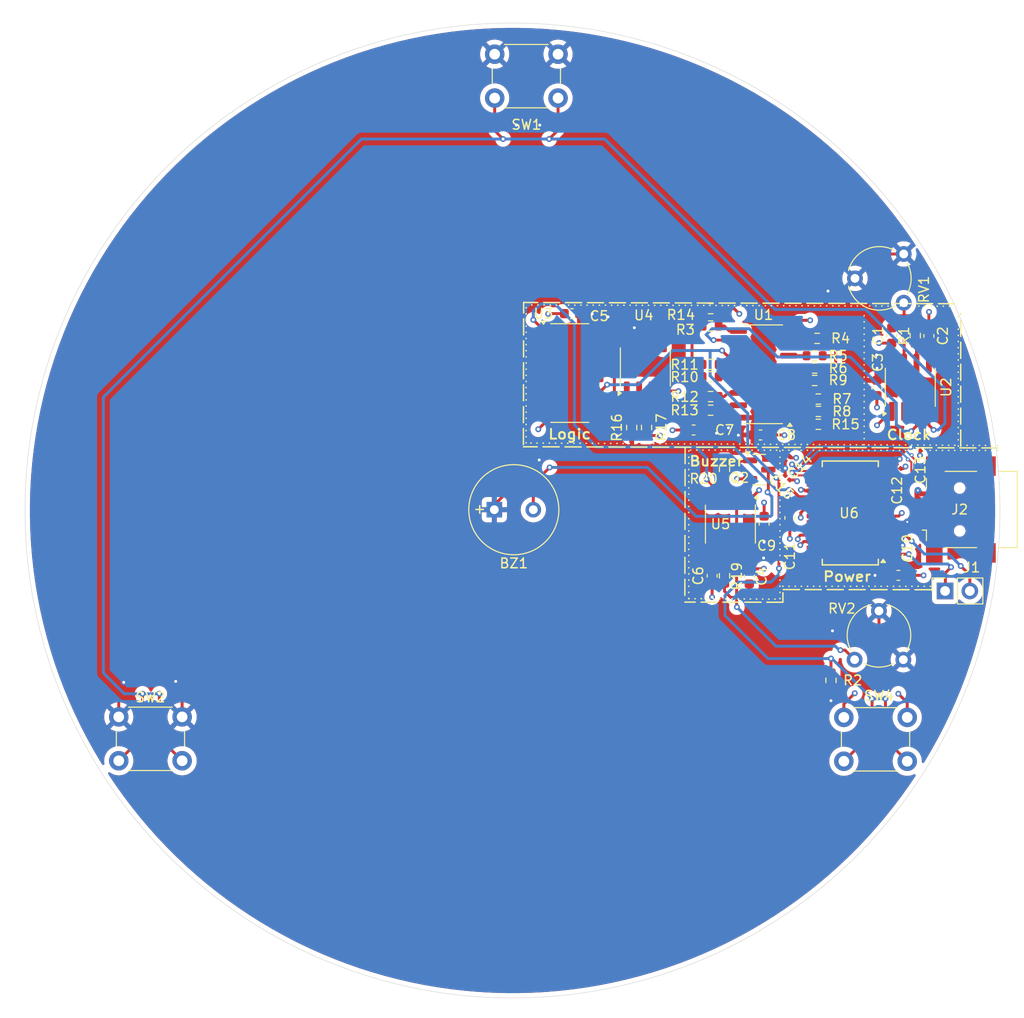
<source format=kicad_pcb>
(kicad_pcb (version 20241229) (generator "pcbnew") (generator_version "9.0")
  (layers (0 "F.Cu" signal "F.SGN") (4 "In1.Cu" signal "I1.GND") (6 "In2.Cu" signal "I2.PWR") (2 "B.Cu" signal "B.SGN") (13 "F.Paste" user) (15 "B.Paste" user) (5 "F.SilkS" user "F.Silkscreen") (7 "B.SilkS" user "B.Silkscreen") (1 "F.Mask" user) (3 "B.Mask" user) (25 "Edge.Cuts" user))
  (net 0 "")
  (net 1 "Net-(U2-DIS)")
  (net 2 "Net-(U2-THR)")
  (net 3 "Net-(SW1-B)")
  (net 4 "5V")
  (net 5 "Net-(U2-CV)")
  (net 6 "GND")
  (net 7 "CLOCK")
  (net 8 "Net-(U5-CV)")
  (net 9 "Net-(U5-DIS)")
  (net 10 "Net-(U5-Q)")
  (net 11 "ALARM")
  (net 12 "Net-(U5-THR)")
  (net 15 "DT+")
  (net 16 "Net-(J1-Pin_2)")
  (net 21 "DT-")
  (net 22 "Net-(J1-Pin_1)")
  (net 31 "Net-(BZ1--)")
  (net 32 "RESET")
  (net 33 "Net-(U1-Q0)")
  (net 34 "Net-(U4-+)")
  (net 35 "Net-(U1-Q1)")
  (net 36 "Net-(U1-Q2)")
  (net 37 "Net-(U1-Q3)")
  (net 38 "Net-(U1-Q4)")
  (net 39 "Net-(U1-Q5)")
  (net 40 "Net-(U1-Q6)")
  (net 41 "Net-(U1-Q7)")
  (net 42 "Net-(U1-Q8)")
  (net 43 "Net-(U1-Q9)")
  (net 44 "Net-(U1-Q10)")
  (net 45 "Net-(U1-Q11)")
  (net 46 "Net-(U4--)")
  (net 47 "Net-(U3-CLK)")
  (net 62 "Net-(Q2-B)")
  (footprint "Capacitor_SMD:C_0603_1608Metric" (layer "F.Cu") (at 89.443 60.325 180)
    (property "Reference" "C7")
    (property "Value" "100n")
  )
  (footprint "Capacitor_SMD:C_0603_1608Metric" (layer "F.Cu") (at 95.152 75.334 90)
    (property "Reference" "C4")
    (property "Value" "10n")
  )
  (footprint "Resistor_SMD:R_0603_1608Metric" (layer "F.Cu") (at 103.5304 86.0044 90)
    (property "Reference" "R2")
    (property "Value" "100k")
  )
  (footprint "Resistor_SMD:R_0603_1608Metric" (layer "F.Cu") (at 101.854 52.705)
    (property "Reference" "R5")
    (property "Value" "100k")
  )
  (footprint "Package_SO:SOIC-8_3.9x4.9mm_P1.27mm" (layer "F.Cu") (at 111.668 55.942 90)
    (property "Reference" "U2")
    (property "Value" "NE555D")
  )
  (footprint "Potentiometer_THT:Potentiometer_Piher_PT-6-V_Vertical" (layer "F.Cu") (at 110.993 42.271 180)
    (property "Reference" "RV1")
    (property "Value" "10k")
  )
  (footprint "Capacitor_SMD:C_0603_1608Metric" (layer "F.Cu") (at 96.301 60.833)
    (property "Reference" "C8")
    (property "Value" "100n")
  )
  (footprint "Resistor_SMD:R_0603_1608Metric" (layer "F.Cu") (at 91.186 47.879 180)
    (property "Reference" "R14")
    (property "Value" "100k")
  )
  (footprint "Connector_PinSocket_2.54mm:PinSocket_1x02_P2.54mm_Vertical" (layer "F.Cu") (at 115.2344 76.8354 90)
    (property "Reference" "J1")
    (property "Value" "UART")
  )
  (footprint "Resistor_SMD:R_0603_1608Metric" (layer "F.Cu") (at 112.176 50.638 -90)
    (property "Reference" "R1")
    (property "Value" "1k")
  )
  (footprint "Resistor_SMD:R_0603_1608Metric" (layer "F.Cu") (at 102.235 59.7408)
    (property "Reference" "R15")
    (property "Value" "100k")
  )
  (footprint "Capacitor_SMD:C_0201_0603Metric" (layer "F.Cu") (at 99.06 65.22 -45)
    (property "Reference" "C15")
    (property "Value" "100pF")
  )
  (footprint "Resistor_SMD:R_0603_1608Metric" (layer "F.Cu") (at 101.854 55.245)
    (property "Reference" "R9")
    (property "Value" "100k")
  )
  (footprint "Resistor_SMD:R_0603_1608Metric" (layer "F.Cu") (at 102.235 58.42)
    (property "Reference" "R8")
    (property "Value" "100k")
  )
  (footprint "Capacitor_SMD:C_0603_1608Metric" (layer "F.Cu") (at 91.342 75.276 90)
    (property "Reference" "C6")
    (property "Value" "10n")
  )
  (footprint "Resistor_SMD:R_0603_1608Metric" (layer "F.Cu") (at 83.093 60.071 -90)
    (property "Reference" "R16")
    (property "Value" "1k")
  )
  (footprint "Resistor_SMD:R_0603_1608Metric" (layer "F.Cu") (at 91.186 49.657 180)
    (property "Reference" "R3")
    (property "Value" "100k")
  )
  (footprint "Capacitor_SMD:C_0603_1608Metric" (layer "F.Cu") (at 99.314 69.342 -90)
    (property "Reference" "C11")
    (property "Value" "100n")
  )
  (footprint "Capacitor_SMD:C_0603_1608Metric" (layer "F.Cu") (at 109.763 50.638 -90)
    (property "Reference" "C1")
    (property "Value" "10n")
  )
  (footprint "Resistor_SMD:R_0603_1608Metric" (layer "F.Cu") (at 101.854 53.975)
    (property "Reference" "R6")
    (property "Value" "100k")
  )
  (footprint "Resistor_SMD:R_0603_1608Metric" (layer "F.Cu") (at 91.186 58.293 180)
    (property "Reference" "R13")
    (property "Value" "100k")
  )
  (footprint "Capacitor_SMD:C_0201_0603Metric" (layer "F.Cu") (at 112.48 62.22 -45)
    (property "Reference" "C13")
    (property "Value" "100pF")
  )
  (footprint "Capacitor_SMD:C_0201_0603Metric" (layer "F.Cu") (at 99.06 63.27 45)
    (property "Reference" "C14")
    (property "Value" "100pF")
  )
  (footprint "Package_SO:SO-16_3.9x9.9mm_P1.27mm" (layer "F.Cu") (at 76.743 54.483)
    (property "Reference" "U3")
    (property "Value" "4040")
  )
  (footprint "Capacitor_SMD:C_0603_1608Metric" (layer "F.Cu") (at 113.573 50.673 -90)
    (property "Reference" "C2")
    (property "Value" "10n")
  )
  (footprint "Resistor_SMD:R_0603_1608Metric" (layer "F.Cu") (at 102.235 57.15)
    (property "Reference" "R7")
    (property "Value" "100k")
  )
  (footprint "Buzzer_Beeper:MagneticBuzzer_PUI_AT-0927-TT-6-R" (layer "F.Cu") (at 69 68.5)
    (property "Reference" "BZ1")
    (property "Value" "Buzzer")
  )
  (footprint "Resistor_SMD:R_0603_1608Metric" (layer "F.Cu") (at 91.186 53.594 180)
    (property "Reference" "R11")
    (property "Value" "100k")
  )
  (footprint "Button_Switch_THT:SW_PUSH_6mm_H4.3mm" (layer "F.Cu") (at 69.0384 21.7784)
    (property "Reference" "SW1")
    (property "Value" "SW_SPST")
  )
  (footprint "Capacitor_SMD:C_0201_0603Metric" (layer "F.Cu") (at 110.46 64.05 -45)
    (property "Reference" "C12")
    (property "Value" "100pF")
  )
  (footprint "Resistor_SMD:R_0603_1608Metric" (layer "F.Cu") (at 102.108 50.927)
    (property "Reference" "R4")
    (property "Value" "100k")
  )
  (footprint "Button_Switch_THT:SW_PUSH_6mm_H4.3mm" (layer "F.Cu") (at 111.3524 94.2996 180)
    (property "Reference" "SW4")
    (property "Value" "SW_SPST")
  )
  (footprint "Package_SO:SOIC-8_3.9x4.9mm_P1.27mm" (layer "F.Cu") (at 93.218 69.977 -90)
    (property "Reference" "U5")
    (property "Value" "NE555D")
  )
  (footprint "Resistor_SMD:R_0603_1608Metric" (layer "F.Cu") (at 91.186 54.864 180)
    (property "Reference" "R10")
    (property "Value" "100k")
  )
  (footprint "Capacitor_SMD:C_0603_1608Metric" (layer "F.Cu") (at 96.676 69.942 90)
    (property "Reference" "C9")
    (property "Value" "100n")
  )
  (footprint "Package_SO:SO-16_3.9x9.9mm_P1.27mm" (layer "F.Cu") (at 96.612 54.61 180)
    (property "Reference" "U1")
    (property "Value" "4040")
  )
  (footprint "Resistor_SMD:R_0603_1608Metric" (layer "F.Cu") (at 91.186 56.896 180)
    (property "Reference" "R12")
    (property "Value" "100k")
  )
  (footprint "Package_TO_SOT_SMD:SOT-23" (layer "F.Cu") (at 96.168 64.389)
    (property "Reference" "Q2")
    (property "Value" "Q_NPN_BEC")
  )
  (footprint "Resistor_SMD:R_0603_1608Metric" (layer "F.Cu") (at 92.612 64.353 -90)
    (property "Reference" "R20")
    (property "Value" "470")
  )
  (footprint "Resistor_SMD:R_0603_1608Metric" (layer "F.Cu") (at 92.612 75.276 90)
    (property "Reference" "R19")
    (property "Value" "1k")
  )
  (footprint "Capacitor_SMD:C_0603_1608Metric" (layer "F.Cu") (at 108.239 56.007 -90)
    (property "Reference" "C3")
    (property "Value" "100n")
  )
  (footprint "Potentiometer_THT:Potentiometer_Piher_PT-6-V_Vertical" (layer "F.Cu") (at 110.953 83.8816 90)
    (property "Reference" "RV2")
    (property "Value" "10k")
  )
  (footprint "Connector_USB:USB_Mini-B_Lumberg_2486_01_Horizontal" (layer "F.Cu") (at 116.7302 68.4784 90)
    (property "Reference" "J2")
    (property "Value" "USB_B")
  )
  (footprint "Package_SO:SSOP-28_5.3x10.2mm_P0.65mm" (layer "F.Cu") (at 105.5116 68.834 180)
    (property "Reference" "U6")
    (property "Value" "FT232RL")
  )
  (footprint "Capacitor_SMD:C_0603_1608Metric" (layer "F.Cu") (at 76.962 48.387 180)
    (property "Reference" "C5")
    (property "Value" "100n")
  )
  (footprint "Package_SO:SOIC-8_3.9x4.9mm_P1.27mm" (layer "F.Cu") (at 84.49 53.848 90)
    (property "Reference" "U4")
    (property "Value" "LM741")
  )
  (footprint "Capacitor_SMD:C_0603_1608Metric" (layer "F.Cu") (at 110.4392 75.2348)
    (property "Reference" "C10")
    (property "Value" "100n")
  )
  (footprint "Resistor_SMD:R_0603_1608Metric" (layer "F.Cu") (at 84.617 60.071 90)
    (property "Reference" "R17")
    (property "Value" "8k2")
  )
  (footprint "Button_Switch_THT:SW_PUSH_6mm_H4.3mm" (layer "F.Cu") (at 30.4812 89.7488)
    (property "Reference" "SW2")
    (property "Value" "SW_SPST")
  )
  (gr_line (start 120.65 61.9125) (end 72.263 61.6585) (stroke (width 0.15) (type dot)) (layer "F.SilkS"))
  (gr_line (start 120.65 62.1665) (end 71.983214 62.045164) (stroke (width 0.15) (type dash)) (layer "F.SilkS"))
  (gr_line (start 98.602307 77.990376) (end 88.544242 77.97436) (stroke (width 0.15) (type dash)) (layer "F.SilkS"))
  (gr_line (start 116.205 47.371) (end 72.009 47.244) (stroke (width 0.15) (type dash)) (layer "F.SilkS"))
  (gr_line (start 72.263 61.6585) (end 72.263 47.244) (stroke (width 0.15) (type dot)) (layer "F.SilkS"))
  (gr_line (start 88.9508 77.6224) (end 88.9508 62.05855) (stroke (width 0.15) (type dot)) (layer "F.SilkS"))
  (gr_line (start 116.84 61.976) (end 116.84 48.387) (stroke (width 0.15) (type dash)) (layer "F.SilkS"))
  (gr_line (start 113.792 76.708) (end 98.6028 76.69166) (stroke (width 0.15) (type dash)) (layer "F.SilkS"))
  (gr_line (start 98.298 77.6224) (end 98.298 62.0395) (stroke (width 0.15) (type dot)) (layer "F.SilkS"))
  (gr_line (start 88.5698 62.1284) (end 88.5444 77.8764) (stroke (width 0.15) (type dash)) (layer "F.SilkS"))
  (gr_line (start 113.7412 76.3524) (end 98.1583 76.3524) (stroke (width 0.15) (type dot)) (layer "F.SilkS"))
  (gr_line (start 88.9508 77.6224) (end 98.298 77.672385) (stroke (width 0.15) (type dot)) (layer "F.SilkS"))
  (gr_line (start 116.332 47.625) (end 72.263 47.498) (stroke (width 0.15) (type dot)) (layer "F.SilkS"))
  (gr_line (start 120.65 62.4205) (end 88.9 62.3824) (stroke (width 0.15) (type dot)) (layer "F.SilkS"))
  (gr_line (start 106.934 61.849) (end 106.934 48.26) (stroke (width 0.15) (type dot)) (layer "F.SilkS"))
  (gr_line (start 98.603292 77.012123) (end 98.602307 77.927876) (stroke (width 0.15) (type dash)) (layer "F.SilkS"))
  (gr_line (start 71.9836 61.8236) (end 72.009 47.244) (stroke (width 0.15) (type dash)) (layer "F.SilkS"))
  (gr_line (start 116.586 61.976) (end 116.586 48.387) (stroke (width 0.15) (type dot)) (layer "F.SilkS"))
  (gr_circle (center 70.866 68.58) (end 120.866 68.58) (stroke (width 0.05)) (fill no) (layer "Edge.Cuts"))
  (gr_text "Logic" (at 74.422 61.341 0) (layer "F.SilkS") (effects (font (size 1 1.1) (thickness 0.2) (bold yes)) (justify left bottom)))
  (gr_text "Power\n" (at 102.616 75.946 0) (layer "F.SilkS") (effects (font (size 1 1.1) (thickness 0.2) (bold yes)) (justify left bottom)))
  (gr_text "Buzzer" (at 88.9 64.1096 0) (layer "F.SilkS") (effects (font (size 1 1.1) (thickness 0.2) (bold yes)) (justify left bottom)))
  (gr_text "Clock\n" (at 109.128 61.403 0) (layer "F.SilkS") (effects (font (size 1 1.1) (thickness 0.2) (bold yes)) (justify left bottom)))
  (segment (start 111.033 58.417) (end 111.033 53.467) (width 0.3) (layer "F.Cu") (net 1))
  (segment (start 109.763 49.241) (end 110.398 48.606) (width 0.3) (layer "F.Cu") (net 1))
  (segment (start 112.303 49.813) (end 112.303 49.114) (width 0.3) (layer "F.Cu") (net 1))
  (segment (start 112.303 49.114) (end 111.795 48.606) (width 0.3) (layer "F.Cu") (net 1))
  (segment (start 111.033 48.606) (end 111.033 47.63) (width 0.3) (layer "F.Cu") (net 1))
  (segment (start 111.033 48.606) (end 110.398 48.606) (width 0.3) (layer "F.Cu") (net 1))
  (segment (start 109.763 49.863) (end 109.763 49.241) (width 0.3) (layer "F.Cu") (net 1))
  (segment (start 111.795 48.606) (end 111.033 48.606) (width 0.3) (layer "F.Cu") (net 1))
  (segment (start 111.033 47.441) (end 110.993 47.401) (width 0.3) (layer "F.Cu") (net 1))
  (segment (start 111.033 53.467) (end 111.033 48.606) (width 0.3) (layer "F.Cu") (net 1))
  (segment (start 112.303 53.467) (end 112.303 51.463) (width 0.3) (layer "F.Cu") (net 2))
  (segment (start 113.573 59.8266) (end 113.573 58.417) (width 0.3) (layer "F.Cu") (net 3))
  (segment (start 75.5384 26.2784) (end 75.5384 29.5668) (width 0.3) (layer "F.Cu") (net 3))
  (segment (start 30.4812 94.2488) (end 32.9184 91.8116) (width 0.3) (layer "F.Cu") (net 3))
  (segment (start 32.9184 91.8116) (end 32.9184 87.376) (width 0.3) (layer "F.Cu") (net 3))
  (segment (start 34.6456 91.9132) (end 34.6456 87.376) (width 0.3) (layer "F.Cu") (net 3))
  (segment (start 75.5384 29.5668) (end 74.6252 30.48) (width 0.3) (layer "F.Cu") (net 3))
  (segment (start 69.0384 29.6176) (end 69.9008 30.48) (width 0.3) (layer "F.Cu") (net 3))
  (segment (start 36.9812 94.2488) (end 34.6456 91.9132) (width 0.3) (layer "F.Cu") (net 3))
  (segment (start 69.0384 26.2784) (end 69.0384 29.6176) (width 0.3) (layer "F.Cu") (net 3))
  (segment (start 114.0587 60.3123) (end 113.573 59.8266) (width 0.3) (layer "F.Cu") (net 3))
  (via (at 114.0587 60.3123) (size 0.6) (drill 0.3) (layers "F.Cu" "B.Cu") (net 3))
  (via (at 69.9008 30.48) (size 0.6) (drill 0.3) (layers "F.Cu" "B.Cu") (net 3))
  (via (at 74.6252 30.48) (size 0.6) (drill 0.3) (layers "F.Cu" "B.Cu") (net 3))
  (via (at 32.9184 87.376) (size 0.6) (drill 0.3) (layers "F.Cu" "B.Cu") (net 3))
  (via (at 34.6456 87.376) (size 0.6) (drill 0.3) (layers "F.Cu" "B.Cu") (net 3))
  (segment (start 31.0388 87.376) (end 32.9184 87.376) (width 0.3) (layer "B.Cu") (net 3))
  (segment (start 69.9008 30.48) (end 55.372 30.48) (width 0.3) (layer "B.Cu") (net 3))
  (segment (start 97.7948 47.96) (end 80.3148 30.48) (width 0.3) (layer "B.Cu") (net 3))
  (segment (start 28.9052 85.2424) (end 31.0388 87.376) (width 0.3) (layer "B.Cu") (net 3))
  (segment (start 34.6456 87.376) (end 32.9184 87.376) (width 0.3) (layer "B.Cu") (net 3))
  (segment (start 80.3148 30.48) (end 74.6252 30.48) (width 0.3) (layer "B.Cu") (net 3))
  (segment (start 74.6252 30.48) (end 69.9008 30.48) (width 0.3) (layer "B.Cu") (net 3))
  (segment (start 115.2144 59.6392) (end 115.2144 56.0832) (width 0.3) (layer "B.Cu") (net 3))
  (segment (start 114.0587 60.3123) (end 114.5413 60.3123) (width 0.3) (layer "B.Cu") (net 3))
  (segment (start 28.9052 56.9468) (end 28.9052 85.2424) (width 0.3) (layer "B.Cu") (net 3))
  (segment (start 107.0912 47.96) (end 97.7948 47.96) (width 0.3) (layer "B.Cu") (net 3))
  (segment (start 114.5413 60.3123) (end 115.2144 59.6392) (width 0.3) (layer "B.Cu") (net 3))
  (segment (start 55.372 30.48) (end 28.9052 56.9468) (width 0.3) (layer "B.Cu") (net 3))
  (segment (start 115.2144 56.0832) (end 107.0912 47.96) (width 0.3) (layer "B.Cu") (net 3))
  (segment (start 108.453 81.3816) (end 108.453 78.8816) (width 0.3) (layer "F.Cu") (net 4))
  (segment (start 109.0422 53.467) (end 109.763 53.467) (width 0.3) (layer "F.Cu") (net 4))
  (segment (start 101.9116 67.859) (end 100.022 67.859) (width 0.3) (layer "F.Cu") (net 4))
  (segment (start 94.0562 60.833) (end 94.0308 60.8584) (width 0.3) (layer "F.Cu") (net 4))
  (segment (start 110.233726 63.823726) (end 110.233726 63.636274) (width 0.3) (layer "F.Cu") (net 4))
  (segment (start 96.676 71.8276) (end 96.6724 71.8312) (width 0.3) (layer "F.Cu") (net 4))
  (segment (start 105.993 44.771) (end 104.6884 46.0756) (width 0.3) (layer "F.Cu") (net 4))
  (segment (start 108.493 42.271) (end 105.993 44.771) (width 0.3) (layer "F.Cu") (net 4))
  (segment (start 110.871 71.6934) (end 110.871 72.1614) (width 0.3) (layer "F.Cu") (net 4))
  (segment (start 95.123 72.452) (end 95.6168 72.452) (width 0.3) (layer "F.Cu") (net 4))
  (segment (start 73.66 23.6568) (end 73.66 29.0576) (width 0.3) (layer "F.Cu") (net 4))
  (segment (start 109.1116 71.109) (end 110.2866 71.109) (width 0.3) (layer "F.Cu") (net 4))
  (segment (start 111.3536 69.7484) (end 111.6836 70.0784) (width 0.5) (layer "F.Cu") (net 4))
  (segment (start 110.2866 71.109) (end 110.871 71.6934) (width 0.3) (layer "F.Cu") (net 4))
  (segment (start 69 68.5) (end 69 68.0076) (width 0.3) (layer "F.Cu") (net 4))
  (segment (start 104.4448 80.9244) (end 103.6828 80.9244) (width 0.3) (layer "F.Cu") (net 4))
  (segment (start 98.833726 64.254755) (end 98.837081 64.2514) (width 0.3) (layer "F.Cu") (net 4))
  (segment (start 36.9812 89.7488) (end 36.9812 86.7652) (width 0.3) (layer "F.Cu") (net 4))
  (segment (start 79.318 50.038) (end 79.3496 50.038) (width 0.3) (layer "F.Cu") (net 4))
  (segment (start 111.6836 70.0784) (end 114.0302 70.0784) (width 0.5) (layer "F.Cu") (net 4))
  (segment (start 99.314 68.567) (end 99.314 67.464) (width 0.3) (layer "F.Cu") (net 4))
  (segment (start 79.3496 50.038) (end 80.6704 48.7172) (width 0.3) (layer "F.Cu") (net 4))
  (segment (start 91.4654 60.325) (end 91.7956 60.6552) (width 0.3) (layer "F.Cu") (net 4))
  (segment (start 79.0194 48.387) (end 79.0448 48.4124) (width 0.3) (layer "F.Cu") (net 4))
  (segment (start 90.218 60.325) (end 91.4654 60.325) (width 0.3) (layer "F.Cu") (net 4))
  (segment (start 69 68.0076) (end 73.6092 63.3984) (width 0.3) (layer "F.Cu") (net 4))
  (segment (start 108.239 54.0162) (end 108.2548 54.0004) (width 0.3) (layer "F.Cu") (net 4))
  (segment (start 83.093 60.896) (end 81.598 60.896) (width 0.3) (layer "F.Cu") (net 4))
  (segment (start 98.833726 64.993726) (end 98.833726 64.254755) (width 0.3) (layer "F.Cu") (net 4))
  (segment (start 94.037 59.055) (end 94.037 59.0742) (width 0.3) (layer "F.Cu") (net 4))
  (segment (start 108.239 55.232) (end 108.239 54.0162) (width 0.3) (layer "F.Cu") (net 4))
  (segment (start 83.855 51.373) (end 83.855 50.327) (width 0.3) (layer "F.Cu") (net 4))
  (segment (start 98.833726 64.248045) (end 98.837081 64.2514) (width 0.3) (layer "F.Cu") (net 4))
  (segment (start 95.6168 72.452) (end 96.6216 73.4568) (width 0.3) (layer "F.Cu") (net 4))
  (segment (start 98.833726 63.496274) (end 98.833726 64.248045) (width 0.3) (layer "F.Cu") (net 4))
  (segment (start 110.233726 63.636274) (end 110.580735 63.289265) (width 0.3) (layer "F.Cu") (net 4))
  (segment (start 100.022 67.859) (end 99.314 68.567) (width 0.3) (layer "F.Cu") (net 4))
  (segment (start 71.2724 24.0124) (end 71.2724 29.0576) (width 0.3) (layer "F.Cu") (net 4))
  (segment (start 94.037 59.0742) (end 93.0148 60.0964) (width 0.3) (layer "F.Cu") (net 4))
  (segment (start 103.886 46.0756) (end 103.2256 46.0756) (width 0.3) (layer "F.Cu") (net 4))
  (segment (start 112.253726 61.993726) (end 111.791381 61.993726) (width 0.3) (layer "F.Cu") (net 4))
  (segment (start 110.993 42.271) (end 108.493 42.271) (width 0.3) (layer "F.Cu") (net 4))
  (segment (start 110.953 83.8816) (end 108.453 81.3816) (width 0.3) (layer "F.Cu") (net 4))
  (segment (start 36.9812 86.7652) (end 36.322 86.106) (width 0.3) (layer "F.Cu") (net 4))
  (segment (start 99.314 67.464) (end 99.1 67.25) (width 0.3) (layer "F.Cu") (net 4))
  (segment (start 103.5304 86.8294) (end 103.5304 88.0872) (width 0.3) (layer "F.Cu") (net 4))
  (segment (start 109.6642 75.2348) (end 108.0516 75.2348) (width 0.3) (layer "F.Cu") (net 4))
  (segment (start 106.4102 80.9244) (end 104.4448 80.9244) (width 0.3) (layer "F.Cu") (net 4))
  (segment (start 108.453 78.8816) (end 106.4102 80.9244) (width 0.3) (layer "F.Cu") (net 4))
  (segment (start 75.5384 21.7784) (end 73.66 23.6568) (width 0.3) (layer "F.Cu") (net 4))
  (segment (start 83.855 50.327) (end 83.3628 49.8348) (width 0.3) (layer "F.Cu") (net 4))
  (segment (start 96.676 70.717) (end 96.676 71.8276) (width 0.3) (layer "F.Cu") (net 4))
  (segment (start 95.526 60.833) (end 94.0562 60.833) (width 0.3) (layer "F.Cu") (net 4))
  (segment (start 104.6884 46.0756) (end 103.886 46.0756) (width 0.3) (layer "F.Cu") (net 4))
  (segment (start 30.4812 89.7488) (end 30.4812 86.7144) (width 0.3) (layer "F.Cu") (net 4))
  (segment (start 111.791381 61.993726) (end 111.706818 62.078289) (width 0.3) (layer "F.Cu") (net 4))
  (segment (start 30.4812 86.7144) (end 30.988 86.2076) (width 0.3) (layer "F.Cu") (net 4))
  (segment (start 109.0422 53.467) (end 108.204 52.6288) (width 0.3) (layer "F.Cu") (net 4))
  (segment (start 77.737 48.387) (end 79.0194 48.387) (width 0.3) (layer "F.Cu") (net 4))
  (segment (start 69.0384 21.7784) (end 71.2724 24.0124) (width 0.3) (layer "F.Cu") (net 4))
  (segment (start 81.598 60.896) (end 81.5848 60.9092) (width 0.3) (layer "F.Cu") (net 4))
  (via (at 36.322 86.106) (size 0.6) (drill 0.3) (layers "F.Cu" "B.Cu") (net 4))
  (via (at 96.6216 73.4568) (size 0.6) (drill 0.3) (layers "F.Cu" "B.Cu") (net 4))
  (via (at 108.204 52.6288) (size 0.6) (drill 0.3) (layers "F.Cu" "B.Cu") (net 4))
  (via (at 110.871 72.1614) (size 0.6) (drill 0.3) (layers "F.Cu" "B.Cu") (net 4))
  (via (at 99.1 67.25) (size 0.6) (drill 0.3) (layers "F.Cu" "B.Cu") (net 4))
  (via (at 103.6828 80.9244) (size 0.6) (drill 0.3) (layers "F.Cu" "B.Cu") (net 4))
  (via (at 110.580735 63.289265) (size 0.6) (drill 0.3) (layers "F.Cu" "B.Cu") (net 4))
  (via (at 98.837081 64.2514) (size 0.6) (drill 0.3) (layers "F.Cu" "B.Cu") (net 4))
  (via (at 73.6092 63.3984) (size 0.6) (drill 0.3) (layers "F.Cu" "B.Cu") (net 4))
  (via (at 94.0308 60.8584) (size 0.6) (drill 0.3) (layers "F.Cu" "B.Cu") (net 4))
  (via (at 108.2548 54.0004) (size 0.6) (drill 0.3) (layers "F.Cu" "B.Cu") (net 4))
  (via (at 111.3536 69.7484) (size 0.7) (drill 0.2) (layers "F.Cu" "B.Cu") (net 4))
  (via (at 30.988 86.2076) (size 0.6) (drill 0.3) (layers "F.Cu" "B.Cu") (net 4))
  (via (at 96.6724 71.8312) (size 0.6) (drill 0.3) (layers "F.Cu" "B.Cu") (net 4))
  (via (at 71.2724 29.0576) (size 0.6) (drill 0.3) (layers "F.Cu" "B.Cu") (net 4))
  (via (at 79.0448 48.4124) (size 0.6) (drill 0.3) (layers "F.Cu" "B.Cu") (net 4))
  (via (at 81.5848 60.9092) (size 0.6) (drill 0.3) (layers "F.Cu" "B.Cu") (net 4))
  (via (at 80.6704 48.7172) (size 0.6) (drill 0.3) (layers "F.Cu" "B.Cu") (net 4))
  (via (at 108.0516 75.2348) (size 0.6) (drill 0.3) (layers "F.Cu" "B.Cu") (net 4))
  (via (at 93.0148 60.0964) (size 0.6) (drill 0.3) (layers "F.Cu" "B.Cu") (net 4))
  (via (at 91.7956 60.6552) (size 0.6) (drill 0.3) (layers "F.Cu" "B.Cu") (net 4))
  (via (at 83.3628 49.8348) (size 0.6) (drill 0.3) (layers "F.Cu" "B.Cu") (net 4))
  (via (at 73.66 29.0576) (size 0.6) (drill 0.3) (layers "F.Cu" "B.Cu") (net 4))
  (via (at 103.5304 88.0872) (size 0.6) (drill 0.3) (layers "F.Cu" "B.Cu") (net 4))
  (via (at 111.706818 62.078289) (size 0.6) (drill 0.3) (layers "F.Cu" "B.Cu") (net 4))
  (via (at 103.2256 46.0756) (size 0.6) (drill 0.3) (layers "F.Cu" "B.Cu") (net 4))
  (segment (start 113.573 53.467) (end 113.573 51.448) (width 0.3) (layer "F.Cu") (net 5))
  (segment (start 108.4614 51.413) (end 108.458 51.4096) (width 0.3) (layer "F.Cu") (net 6))
  (segment (start 100.9904 49.0728) (end 101.3968 49.0728) (width 0.3) (layer "F.Cu") (net 6))
  (segment (start 101.9116 71.759) (end 100.7578 71.759) (width 0.3) (layer "F.Cu") (net 6))
  (segment (start 99.957462 63.178446) (end 99.420994 63.178446) (width 0.3) (layer "F.Cu") (net 6))
  (segment (start 111.2142 75.2348) (end 113.03 75.2348) (width 0.3) (layer "F.Cu") (net 6))
  (segment (start 93.8886 65.339) (end 93.8784 65.3288) (width 0.3) (layer "F.Cu") (net 6))
  (segment (start 100.3918 71.109) (end 101.9116 71.109) (width 0.3) (layer "F.Cu") (net 6))
  (segment (start 100.7366 68.509) (end 101.9116 68.509) (width 0.3) (layer "F.Cu") (net 6))
  (segment (start 93.599 47.879) (end 94.1324 48.4124) (width 0.3) (layer "F.Cu") (net 6))
  (segment (start 113.573 49.898) (end 113.573 48.225) (width 0.3) (layer "F.Cu") (net 6))
  (segment (start 99.187 50.165) (end 100.2792 49.0728) (width 0.3) (layer "F.Cu") (net 6))
  (segment (start 98.7298 60.833) (end 98.7552 60.8584) (width 0.3) (layer "F.Cu") (net 6))
  (segment (start 92.011 47.879) (end 93.599 47.879) (width 0.3) (layer "F.Cu") (net 6))
  (segment (start 100.44852 66.45848) (end 100.78629 66.45848) (width 0.3) (layer "F.Cu") (net 6))
  (segment (start 100.88681 66.559) (end 101.9116 66.559) (width 0.3) (layer "F.Cu") (net 6))
  (segment (start 111.3524 88.2892) (end 110.4392 87.376) (width 0.3) (layer "F.Cu") (net 6))
  (segment (start 112.34 67.1788) (end 112.8396 67.6784) (width 0.5) (layer "F.Cu") (net 6))
  (segment (start 100.43 69.32) (end 100.43 68.8156) (width 0.3) (layer "F.Cu") (net 6))
  (segment (start 99.286274 65.446274) (end 99.924295 65.446274) (width 0.3) (layer "F.Cu") (net 6))
  (segment (start 88.668 60.325) (end 87.2998 60.325) (width 0.3) (layer "F.Cu") (net 6))
  (segment (start 76.187 48.387) (end 74.549 48.387) (width 0.3) (layer "F.Cu") (net 6))
  (segment (start 112.4428 66.52) (end 112.34 66.6228) (width 0.5) (layer "F.Cu") (net 6))
  (segment (start 87.2998 60.325) (end 87.2744 60.3504) (width 0.3) (layer "F.Cu") (net 6))
  (segment (start 96.637 74.559) (end 96.647 74.549) (width 0.3) (layer "F.Cu") (net 6))
  (segment (start 111.3524 89.7996) (end 111.3524 88.2892) (width 0.3) (layer "F.Cu") (net 6))
  (segment (start 112.66 62.94) (end 112.66 62.492548) (width 0.3) (layer "F.Cu") (net 6))
  (segment (start 87.8698 56.323) (end 87.884 56.3372) (width 0.3) (layer "F.Cu") (net 6))
  (segment (start 112.34 66.6228) (end 112.34 67.1788) (width 0.5) (layer "F.Cu") (net 6))
  (segment (start 86.395 56.323) (end 87.8698 56.323) (width 0.3) (layer "F.Cu") (net 6))
  (segment (start 96.676 67.7708) (end 96.6724 67.7672) (width 0.3) (layer "F.Cu") (net 6))
  (segment (start 100.2792 49.0728) (end 100.9904 49.0728) (width 0.3) (layer "F.Cu") (net 6))
  (segment (start 100.1268 71.374) (end 100.3918 71.109) (width 0.3) (layer "F.Cu") (net 6))
  (segment (start 100.43 68.8156) (end 100.7366 68.509) (width 0.3) (layer "F.Cu") (net 6))
  (segment (start 99.924295 65.446274) (end 100.057021 65.579) (width 0.3) (layer "F.Cu") (net 6))
  (segment (start 74.168 59.5884) (end 73.5076 60.2488) (width 0.3) (layer "F.Cu") (net 6))
  (segment (start 95.1596 67.502) (end 96.1644 66.4972) (width 0.3) (layer "F.Cu") (net 6))
  (segment (start 100.78629 66.45848) (end 100.88681 66.559) (width 0.3) (layer "F.Cu") (net 6))
  (segment (start 99.314 70.117) (end 99.314 71.4756) (width 0.3) (layer "F.Cu") (net 6))
  (segment (start 110.96372 64.276274) (end 111.174999 64.064995) (width 0.3) (layer "F.Cu") (net 6))
  (segment (start 109.1116 69.159) (end 110.4698 69.159) (width 0.3) (layer "F.Cu") (net 6))
  (segment (start 91.342 76.051) (end 91.342 77.4664) (width 0.3) (layer "F.Cu") (net 6))
  (segment (start 109.763 51.413) (end 108.4614 51.413) (width 0.3) (layer "F.Cu") (net 6))
  (segment (start 74.168 58.928) (end 74.168 59.5884) (width 0.3) (layer "F.Cu") (net 6))
  (segment (start 112.8012 66.8784) (end 114.0302 66.8784) (width 0.5) (layer "F.Cu") (net 6))
  (segment (start 100.7578 71.759) (end 100.3808 72.136) (width 0.3) (layer "F.Cu") (net 6))
  (segment (start 96.676 69.167) (end 96.676 67.7708) (width 0.3) (layer "F.Cu") (net 6))
  (segment (start 95.152 74.559) (end 96.637 74.559) (width 0.3) (layer "F.Cu") (net 6))
  (segment (start 74.549 48.387) (end 74.5236 48.4124) (width 0.3) (layer "F.Cu") (net 6))
  (segment (start 97.076 60.833) (end 98.7298 60.833) (width 0.3) (layer "F.Cu") (net 6))
  (segment (start 112.66 62.492548) (end 112.706274 62.446274) (width 0.3) (layer "F.Cu") (net 6))
  (segment (start 104.8524 88.4416) (end 105.9688 87.3252) (width 0.3) (layer "F.Cu") (net 6))
  (segment (start 100.1268 71.5264) (end 100.1268 71.374) (width 0.3) (layer "F.Cu") (net 6))
  (segment (start 91.342 77.4664) (end 91.3384 77.47) (width 0.3) (layer "F.Cu") (net 6))
  (segment (start 85.9912 60.896) (end 86.0044 60.9092) (width 0.3) (layer "F.Cu") (net 6))
  (segment (start 104.8524 89.7996) (end 104.8524 88.4416) (width 0.3) (layer "F.Cu") (net 6))
  (segment (start 95.123 67.502) (end 95.1596 67.502) (width 0.3) (layer "F.Cu") (net 6))
  (segment (start 84.617 60.896) (end 85.9912 60.896) (width 0.3) (layer "F.Cu") (net 6))
  (segment (start 109.6802 58.417) (end 108.2548 59.8424) (width 0.3) (layer "F.Cu") (net 6))
  (segment (start 110.4698 69.159) (end 110.7948 68.834) (width 0.3) (layer "F.Cu") (net 6))
  (segment (start 95.2305 65.339) (end 93.8886 65.339) (width 0.3) (layer "F.Cu") (net 6))
  (segment (start 112.4428 66.52) (end 112.8012 66.8784) (width 0.5) (layer "F.Cu") (net 6))
  (segment (start 110.686274 64.276274) (end 110.96372 64.276274) (width 0.3) (layer "F.Cu") (net 6))
  (segment (start 113.573 48.225) (end 113.5888 48.2092) (width 0.3) (layer "F.Cu") (net 6))
  (segment (start 108.239 56.782) (end 108.239 57.9978) (width 0.3) (layer "F.Cu") (net 6))
  (segment (start 99.420994 63.178446) (end 99.286274 63.043726) (width 0.3) (layer "F.Cu") (net 6))
  (segment (start 109.763 58.417) (end 109.6802 58.417) (width 0.3) (layer "F.Cu") (net 6))
  (segment (start 108.239 57.9978) (end 108.2548 58.0136) (width 0.3) (layer "F.Cu") (net 6))
  (segment (start 112.8396 67.6784) (end 114.0302 67.6784) (width 0.5) (layer "F.Cu") (net 6))
  (via (at 93.8784 65.3288) (size 0.6) (drill 0.3) (layers "F.Cu" "B.Cu") (net 6))
  (via (at 112.4428 66.52) (size 0.7) (drill 0.2) (layers "F.Cu" "B.Cu") (net 6))
  (via (at 86.0044 60.9092) (size 0.6) (drill 0.3) (layers "F.Cu" "B.Cu") (net 6))
  (via (at 96.6724 67.7672) (size 0.6) (drill 0.3) (layers "F.Cu" "B.Cu") (net 6))
  (via (at 108.2548 59.8424) (size 0.6) (drill 0.3) (layers "F.Cu" "B.Cu") (net 6))
  (via (at 108.458 51.4096) (size 0.6) (drill 0.3) (layers "F.Cu" "B.Cu") (net 6))
  (via (at 100.3808 72.136) (size 0.6) (drill 0.3) (layers "F.Cu" "B.Cu") (net 6))
  (via (at 101.3968 49.0728) (size 0.6) (drill 0.3) (layers "F.Cu" "B.Cu") (net 6))
  (via (at 74.5236 48.4124) (size 0.6) (drill 0.3) (layers "F.Cu" "B.Cu") (net 6))
  (via (at 100.1268 71.5264) (size 0.6) (drill 0.3) (layers "F.Cu" "B.Cu") (net 6))
  (via (at 87.2744 60.3504) (size 0.6) (drill 0.3) (layers "F.Cu" "B.Cu") (net 6))
  (via (at 100.44852 66.45848) (size 0.6) (drill 0.3) (layers "F.Cu" "B.Cu") (net 6))
  (via (at 110.4392 87.376) (size 0.6) (drill 0.3) (layers "F.Cu" "B.Cu") (net 6))
  (via (at 96.1644 66.4972) (size 0.6) (drill 0.3) (layers "F.Cu" "B.Cu") (net 6))
  (via (at 91.3384 77.47) (size 0.6) (drill 0.3) (layers "F.Cu" "B.Cu") (net 6))
  (via (at 96.647 74.549) (size 0.6) (drill 0.3) (layers "F.Cu" "B.Cu") (net 6))
  (via (at 111.174999 64.064995) (size 0.6) (drill 0.3) (layers "F.Cu" "B.Cu") (net 6))
  (via (at 113.5888 48.2092) (size 0.6) (drill 0.3) (layers "F.Cu" "B.Cu") (net 6))
  (via (at 100.43 69.32) (size 0.6) (drill 0.3) (layers "F.Cu" "B.Cu") (net 6))
  (via (at 112.66 62.94) (size 0.6) (drill 0.3) (layers "F.Cu" "B.Cu") (net 6))
  (via (at 94.1324 48.4124) (size 0.6) (drill 0.3) (layers "F.Cu" "B.Cu") (net 6))
  (via (at 98.7552 60.8584) (size 0.6) (drill 0.3) (layers "F.Cu" "B.Cu") (net 6))
  (via (at 110.7948 68.834) (size 0.6) (drill 0.3) (layers "F.Cu" "B.Cu") (net 6))
  (via (at 99.957462 63.178446) (size 0.6) (drill 0.3) (layers "F.Cu" "B.Cu") (net 6))
  (via (at 105.9688 87.3252) (size 0.6) (drill 0.3) (layers "F.Cu" "B.Cu") (net 6))
  (via (at 113.03 75.2348) (size 0.6) (drill 0.3) (layers "F.Cu" "B.Cu") (net 6))
  (via (at 73.5076 60.2488) (size 0.6) (drill 0.3) (layers "F.Cu" "B.Cu") (net 6))
  (via (at 100.057021 65.579) (size 0.6) (drill 0.3) (layers "F.Cu" "B.Cu") (net 6))
  (via (at 108.2548 58.0136) (size 0.6) (drill 0.3) (layers "F.Cu" "B.Cu") (net 6))
  (via (at 87.884 56.3372) (size 0.6) (drill 0.3) (layers "F.Cu" "B.Cu") (net 6))
  (via (at 99.314 71.4756) (size 0.6) (drill 0.3) (layers "F.Cu" "B.Cu") (net 6))
  (segment (start 92.9894 51.435) (end 92.71 51.1556) (width 0.3) (layer "F.Cu") (net 7))
  (segment (start 92.6592 51.1048) (end 91.4908 51.1048) (width 0.3) (layer "F.Cu") (net 7))
  (segment (start 94.037 51.435) (end 92.9894 51.435) (width 0.3) (layer "F.Cu") (net 7))
  (segment (start 92.71 51.1556) (end 92.6592 51.1048) (width 0.3) (layer "F.Cu") (net 7))
  (segment (start 111.76 60.452) (end 112.303 59.909) (width 0.3) (layer "F.Cu") (net 7))
  (segment (start 112.303 59.909) (end 112.303 58.417) (width 0.3) (layer "F.Cu") (net 7))
  (via (at 111.76 60.452) (size 0.6) (drill 0.3) (layers "F.Cu" "B.Cu") (net 7))
  (via (at 91.4908 51.1048) (size 0.6) (drill 0.3) (layers "F.Cu" "B.Cu") (net 7))
  (segment (start 98.044 52.832) (end 95.1484 49.9364) (width 0.3) (layer "B.Cu") (net 7))
  (segment (start 91.3384 49.9364) (end 90.7288 50.546) (width 0.3) (layer "B.Cu") (net 7))
  (segment (start 90.7288 50.546) (end 91.2876 51.1048) (width 0.3) (layer "B.Cu") (net 7))
  (segment (start 95.1484 49.9364) (end 91.3384 49.9364) (width 0.3) (layer "B.Cu") (net 7))
  (segment (start 110.236 57.556) (end 105.512 52.832) (width 0.3) (layer "B.Cu") (net 7))
  (segment (start 111.76 60.452) (end 110.9345 60.452) (width 0.3) (layer "B.Cu") (net 7))
  (segment (start 91.2876 51.1048) (end 91.4908 51.1048) (width 0.3) (layer "B.Cu") (net 7))
  (segment (start 110.9345 60.452) (end 110.236 59.7535) (width 0.3) (layer "B.Cu") (net 7))
  (segment (start 105.512 52.832) (end 98.044 52.832) (width 0.3) (layer "B.Cu") (net 7))
  (segment (start 110.236 59.7535) (end 110.236 57.556) (width 0.3) (layer "B.Cu") (net 7))
  (segment (start 91.313 74.472) (end 91.342 74.501) (width 0.3) (layer "F.Cu") (net 8))
  (segment (start 91.313 72.452) (end 91.313 74.472) (width 0.3) (layer "F.Cu") (net 8))
  (segment (start 93.853 72.452) (end 93.853 67.502) (width 0.3) (layer "F.Cu") (net 9))
  (segment (start 94.517 77.493) (end 93.853 77.493) (width 0.3) (layer "F.Cu") (net 9))
  (segment (start 104.4956 82.9056) (end 104.977 82.9056) (width 0.3) (layer "F.Cu") (net 9))
  (segment (start 92.612 76.101) (end 92.612 76.858) (width 0.3) (layer "F.Cu") (net 9))
  (segment (start 93.853 78.4606) (end 93.8784 78.486) (width 0.3) (layer "F.Cu") (net 9))
  (segment (start 95.152 76.109) (end 95.152 76.858) (width 0.3) (layer "F.Cu") (net 9))
  (segment (start 92.612 76.858) (end 93.247 77.493) (width 0.3) (layer "F.Cu") (net 9))
  (segment (start 104.977 82.9056) (end 105.953 83.8816) (width 0.3) (layer "F.Cu") (net 9))
  (segment (start 93.853 72.452) (end 93.853 77.493) (width 0.3) (layer "F.Cu") (net 9))
  (segment (start 93.247 77.493) (end 93.853 77.493) (width 0.3) (layer "F.Cu") (net 9))
  (segment (start 95.152 76.858) (end 94.517 77.493) (width 0.3) (layer "F.Cu") (net 9))
  (segment (start 93.853 77.493) (end 93.853 78.4606) (width 0.3) (layer "F.Cu") (net 9))
  (via (at 93.8784 78.486) (size 0.6) (drill 0.3) (layers "F.Cu" "B.Cu") (net 9))
  (via (at 104.4956 82.9056) (size 0.6) (drill 0.3) (layers "F.Cu" "B.Cu") (net 9))
  (segment (start 103.9876 82.4992) (end 104.394 82.9056) (width 0.3) (layer "B.Cu") (net 9))
  (segment (start 97.8916 82.4992) (end 103.9876 82.4992) (width 0.3) (layer "B.Cu") (net 9))
  (segment (start 104.394 82.9056) (end 104.4956 82.9056) (width 0.3) (layer "B.Cu") (net 9))
  (segment (start 93.8784 78.486) (end 97.8916 82.4992) (width 0.3) (layer "B.Cu") (net 9))
  (segment (start 92.583 65.207) (end 92.612 65.178) (width 0.3) (layer "F.Cu") (net 10))
  (segment (start 92.583 67.502) (end 92.583 65.207) (width 0.3) (layer "F.Cu") (net 10))
  (segment (start 74.168 50.038) (end 74.0156 50.038) (width 0.3) (layer "F.Cu") (net 11))
  (segment (start 91.313 65.913) (end 90.7796 65.3796) (width 0.3) (layer "F.Cu") (net 11))
  (segment (start 91.313 67.502) (end 91.313 65.913) (width 0.3) (layer "F.Cu") (net 11))
  (segment (start 101.8696 67.167) (end 101.9116 67.209) (width 0.3) (layer "F.Cu") (net 11))
  (segment (start 99.216092 66.458465) (end 99.529265 66.458465) (width 0.3) (layer "F.Cu") (net 11))
  (segment (start 74.0156 50.038) (end 72.9996 49.022) (width 0.3) (layer "F.Cu") (net 11))
  (segment (start 100.2378 67.167) (end 101.8696 67.167) (width 0.3) (layer "F.Cu") (net 11))
  (segment (start 99.529265 66.458465) (end 100.2378 67.167) (width 0.3) (layer "F.Cu") (net 11))
  (via (at 72.9996 49.022) (size 0.6) (drill 0.3) (layers "F.Cu" "B.Cu") (net 11))
  (via (at 90.7796 65.3796) (size 0.6) (drill 0.3) (layers "F.Cu" "B.Cu") (net 11))
  (via (at 99.216092 66.458465) (size 0.6) (drill 0.3) (layers "F.Cu" "B.Cu") (net 11))
  (segment (start 97.938465 66.458465) (end 93.5576 62.0776) (width 0.3) (layer "B.Cu") (net 11))
  (segment (start 93.5576 62.0776) (end 89.662 62.0776) (width 0.3) (layer "B.Cu") (net 11))
  (segment (start 90.7796 65.3796) (end 90.7796 63.1952) (width 0.3) (layer "B.Cu") (net 11))
  (segment (start 90.7796 63.1952) (end 89.662 62.0776) (width 0.3) (layer "B.Cu") (net 11))
  (segment (start 99.216092 66.458465) (end 97.938465 66.458465) (width 0.3) (layer "B.Cu") (net 11))
  (segment (start 73.74 47.4) (end 72.9996 48.1404) (width 0.3) (layer "B.Cu") (net 11))
  (segment (start 75.23 47.4) (end 73.74 47.4) (width 0.3) (layer "B.Cu") (net 11))
  (segment (start 72.9996 48.1404) (end 72.9996 49.022) (width 0.3) (layer "B.Cu") (net 11))
  (segment (start 79.502 62.0776) (end 77.216 59.7916) (width 0.3) (layer "B.Cu") (net 11))
  (segment (start 77.216 59.7916) (end 77.216 49.386) (width 0.3) (layer "B.Cu") (net 11))
  (segment (start 77.216 49.386) (end 75.23 47.4) (width 0.3) (layer "B.Cu") (net 11))
  (segment (start 89.662 62.0776) (end 79.502 62.0776) (width 0.3) (layer "B.Cu") (net 11))
  (segment (start 92.583 74.422) (end 92.612 74.451) (width 0.3) (layer "F.Cu") (net 12))
  (segment (start 92.583 72.452) (end 92.583 74.422) (width 0.3) (layer "F.Cu") (net 12))
  (segment (start 100.915331 64.52902) (end 100.995311 64.609) (width 0.2) (layer "F.Cu") (net 15))
  (segment (start 111.80732 62.900401) (end 111.80732 63.031801) (width 0.2) (layer "F.Cu") (net 15))
  (segment (start 111.44 65.948198) (end 111.44 67.39473) (width 0.2) (layer "F.Cu") (net 15))
  (segment (start 112.69367 68.6484) (end 113.1102 68.6484) (width 0.2) (layer "F.Cu") (net 15))
  (segment (start 111.80732 63.031801) (end 112.225001 63.449482) (width 0.2) (layer "F.Cu") (net 15))
  (segment (start 101.2616 64.609) (end 101.9116 64.609) (width 0.202) (layer "F.Cu") (net 15))
  (segment (start 99.532778 63.856419) (end 100.205379 64.52902) (width 0.2) (layer "F.Cu") (net 15))
  (segment (start 112.225001 63.449482) (end 112.225001 65.163197) (width 0.2) (layer "F.Cu") (net 15))
  (segment (start 113.1102 68.6484) (end 113.2802 68.4784) (width 0.2) (layer "F.Cu") (net 15))
  (segment (start 100.995311 64.609) (end 101.9116 64.609) (width 0.2) (layer "F.Cu") (net 15))
  (segment (start 100.205379 64.52902) (end 100.915331 64.52902) (width 0.2) (layer "F.Cu") (net 15))
  (segment (start 113.2802 68.4784) (end 114.0302 68.4784) (width 0.2) (layer "F.Cu") (net 15))
  (segment (start 112.225001 65.163197) (end 111.44 65.948198) (width 0.2) (layer "F.Cu") (net 15))
  (segment (start 111.44 67.39473) (end 112.69367 68.6484) (width 0.2) (layer "F.Cu") (net 15))
  (via (at 99.532778 63.856419) (size 0.6) (drill 0.3) (layers "F.Cu" "B.Cu") (net 15))
  (via (at 111.80732 62.900401) (size 0.4) (drill 0.2) (layers "F.Cu" "B.Cu") (net 15))
  (segment (start 111.680401 62.900401) (end 110.795 62.015) (width 0.2) (layer "B.Cu") (net 15))
  (segment (start 102.036802 62.015) (end 99.995384 64.056418) (width 0.2) (layer "B.Cu") (net 15))
  (segment (start 99.995384 64.056418) (end 99.732777 64.056418) (width 0.2) (layer "B.Cu") (net 15))
  (segment (start 110.795 62.015) (end 102.036802 62.015) (width 0.2) (layer "B.Cu") (net 15))
  (segment (start 99.732777 64.056418) (end 99.532778 63.856419) (width 0.2) (layer "B.Cu") (net 15))
  (segment (start 111.80732 62.900401) (end 111.680401 62.900401) (width 0.2) (layer "B.Cu") (net 15))
  (segment (start 116.84 74.2696) (end 117.7744 75.204) (width 0.3) (layer "F.Cu") (net 16))
  (segment (start 111.5568 71.4756) (end 111.8108 71.7296) (width 0.3) (layer "F.Cu") (net 16))
  (segment (start 117.7744 75.204) (end 117.7744 76.8354) (width 0.3) (layer "F.Cu") (net 16))
  (segment (start 109.1116 70.459) (end 110.5402 70.459) (width 0.3) (layer "F.Cu") (net 16))
  (segment (start 110.5402 70.459) (end 111.5568 71.4756) (width 0.3) (layer "F.Cu") (net 16))
  (via (at 111.8108 71.7296) (size 0.6) (drill 0.3) (layers "F.Cu" "B.Cu") (net 16))
  (via (at 116.84 74.2696) (size 0.6) (drill 0.3) (layers "F.Cu" "B.Cu") (net 16))
  (segment (start 111.8108 71.7296) (end 113.1316 73.0504) (width 0.3) (layer "B.Cu") (net 16))
  (segment (start 115.6208 73.0504) (end 116.84 74.2696) (width 0.3) (layer "B.Cu") (net 16))
  (segment (start 113.1316 73.0504) (end 115.6208 73.0504) (width 0.3) (layer "B.Cu") (net 16))
  (segment (start 110.98 67.58527) (end 110.98 65.771802) (width 0.2) (layer "F.Cu") (net 21))
  (segment (start 111.489121 63.35) (end 111.41 63.35) (width 0.2) (layer "F.Cu") (net 21))
  (segment (start 110.98 65.771802) (end 111.774999 64.976803) (width 0.2) (layer "F.Cu") (net 21))
  (segment (start 100.728943 64.979) (end 101.008943 65.259) (width 0.2) (layer "F.Cu") (net 21))
  (segment (start 113.1102 69.1084) (end 112.50313 69.1084) (width 0.2) (layer "F.Cu") (net 21))
  (segment (start 101.008943 65.259) (end 101.9116 65.259) (width 0.2) (layer "F.Cu") (net 21))
  (segment (start 114.0302 69.2784) (end 113.2802 69.2784) (width 0.2) (layer "F.Cu") (net 21))
  (segment (start 99.746381 64.706419) (end 100.018962 64.979) (width 0.2) (layer "F.Cu") (net 21))
  (segment (start 100.018962 64.979) (end 100.728943 64.979) (width 0.2) (layer "F.Cu") (net 21))
  (segment (start 113.2802 69.2784) (end 113.1102 69.1084) (width 0.2) (layer "F.Cu") (net 21))
  (segment (start 111.774999 63.635878) (end 111.489121 63.35) (width 0.2) (layer "F.Cu") (net 21))
  (segment (start 112.50313 69.1084) (end 110.98 67.58527) (width 0.2) (layer "F.Cu") (net 21))
  (segment (start 99.532778 64.706419) (end 99.746381 64.706419) (width 0.2) (layer "F.Cu") (net 21))
  (segment (start 111.774999 64.976803) (end 111.774999 63.635878) (width 0.2) (layer "F.Cu") (net 21))
  (via (at 111.41 63.35) (size 0.4) (drill 0.2) (layers "F.Cu" "B.Cu") (net 21))
  (via (at 99.532778 64.706419) (size 0.6) (drill 0.3) (layers "F.Cu" "B.Cu") (net 21))
  (segment (start 99.732777 64.50642) (end 100.181778 64.50642) (width 0.2) (layer "B.Cu") (net 21))
  (segment (start 102.223198 62.465) (end 110.605 62.465) (width 0.2) (layer "B.Cu") (net 21))
  (segment (start 100.181778 64.50642) (end 102.223198 62.465) (width 0.2) (layer "B.Cu") (net 21))
  (segment (start 111.41 63.27) (end 111.41 63.35) (width 0.2) (layer "B.Cu") (net 21))
  (segment (start 110.605 62.465) (end 111.41 63.27) (width 0.2) (layer "B.Cu") (net 21))
  (segment (start 99.532778 64.706419) (end 99.732777 64.50642) (width 0.2) (layer "B.Cu") (net 21))
  (segment (start 115.2652 76.8046) (end 115.2344 76.8354) (width 0.3) (layer "F.Cu") (net 22))
  (segment (start 109.1116 73.059) (end 111.4974 73.059) (width 0.3) (layer "F.Cu") (net 22))
  (segment (start 115.8494 74.3966) (end 115.2652 74.9808) (width 0.3) (layer "F.Cu") (net 22))
  (segment (start 111.4974 73.059) (end 111.506 73.0504) (width 0.3) (layer "F.Cu") (net 22))
  (segment (start 115.2652 74.9808) (end 115.2652 76.8046) (width 0.3) (layer "F.Cu") (net 22))
  (via (at 111.506 73.0504) (size 0.6) (drill 0.3) (layers "F.Cu" "B.Cu") (net 22))
  (via (at 115.8494 74.3966) (size 0.6) (drill 0.3) (layers "F.Cu" "B.Cu") (net 22))
  (segment (start 115.5192 74.0664) (end 115.8494 74.3966) (width 0.3) (layer "B.Cu") (net 22))
  (segment (start 112.522 74.0664) (end 113.7412 74.0664) (width 0.3) (layer "B.Cu") (net 22))
  (segment (start 111.506 73.0504) (end 112.522 74.0664) (width 0.3) (layer "B.Cu") (net 22))
  (segment (start 113.7412 74.0664) (end 115.5192 74.0664) (width 0.3) (layer "B.Cu") (net 22))
  (segment (start 73 65.8364) (end 74.676 64.1604) (width 0.3) (layer "F.Cu") (net 31))
  (segment (start 97.1055 64.389) (end 97.1055 66.6245) (width 0.3) (layer "F.Cu") (net 31))
  (segment (start 97.1055 66.6245) (end 97.02 66.71) (width 0.3) (layer "F.Cu") (net 31))
  (segment (start 73 68.5) (end 73 65.8364) (width 0.3) (layer "F.Cu") (net 31))
  (via (at 97.02 66.71) (size 0.6) (drill 0.3) (layers "F.Cu" "B.Cu") (net 31))
  (via (at 74.676 64.1604) (size 0.6) (drill 0.3) (layers "F.Cu" "B.Cu") (net 31))
  (segment (start 84.6836 64.1604) (end 74.676 64.1604) (width 0.3) (layer "B.Cu") (net 31))
  (segment (start 97.47 67.16) (end 97.47 69.04) (width 0.3) (layer "B.Cu") (net 31))
  (segment (start 89.7032 69.18) (end 84.6836 64.1604) (width 0.3) (layer "B.Cu") (net 31))
  (segment (start 97.47 69.04) (end 97.33 69.18) (width 0.3) (layer "B.Cu") (net 31))
  (segment (start 97.33 69.18) (end 89.7032 69.18) (width 0.3) (layer "B.Cu") (net 31))
  (segment (start 97.02 66.71) (end 97.47 67.16) (width 0.3) (layer "B.Cu") (net 31))
  (segment (start 98.1964 71.2216) (end 98.1964 74.5236) (width 0.3) (layer "F.Cu") (net 32))
  (segment (start 92.8878 52.705) (end 92.3544 52.1716) (width 0.3) (layer "F.Cu") (net 32))
  (segment (start 107.7468 91.4052) (end 107.7468 87.884) (width 0.3) (layer "F.Cu") (net 32))
  (segment (start 94.037 52.705) (end 92.8878 52.705) (width 0.3) (layer "F.Cu") (net 32))
  (segment (start 98.194 71.2192) (end 98.1964 71.2216) (width 0.3) (layer "F.Cu") (net 32))
  (segment (start 79.8576 56.388) (end 80.5688 55.6768) (width 0.3) (layer "F.Cu") (net 32))
  (segment (start 111.3524 94.2996) (end 109.1184 92.0656) (width 0.3) (layer "F.Cu") (net 32))
  (segment (start 103.5304 85.1794) (end 103.5304 83.7692) (width 0.3) (layer "F.Cu") (net 32))
  (segment (start 97.907 65.213) (end 98.194 65.5) (width 0.3) (layer "F.Cu") (net 32))
  (segment (start 109.1184 92.0656) (end 109.1184 87.884) (width 0.3) (layer "F.Cu") (net 32))
  (segment (start 79.318 56.388) (end 79.8576 56.388) (width 0.3) (layer "F.Cu") (net 32))
  (segment (start 98.194 65.5) (end 98.194 71.2192) (width 0.3) (layer "F.Cu") (net 32))
  (segment (start 104.8524 94.2996) (end 107.7468 91.4052) (width 0.3) (layer "F.Cu") (net 32))
  (via (at 80.5688 55.6768) (size 0.6) (drill 0.3) (layers "F.Cu" "B.Cu") (net 32))
  (via (at 109.1184 87.884) (size 0.6) (drill 0.3) (layers "F.Cu" "B.Cu") (net 32))
  (via (at 98.1964 74.5236) (size 0.6) (drill 0.3) (layers "F.Cu" "B.Cu") (net 32))
  (via (at 97.907 65.213) (size 0.6) (drill 0.3) (layers "F.Cu" "B.Cu") (net 32))
  (via (at 107.7468 87.884) (size 0.6) (drill 0.3) (layers "F.Cu" "B.Cu") (net 32))
  (via (at 103.5304 83.7692) (size 0.6) (drill 0.3) (layers "F.Cu" "B.Cu") (net 32))
  (via (at 92.3544 52.1716) (size 0.6) (drill 0.3) (layers "F.Cu" "B.Cu") (net 32))
  (segment (start 92.6592 77.3176) (end 92.6592 79.3496) (width 0.3) (layer "B.Cu") (net 32))
  (segment (start 87.2744 52.1716) (end 91.1352 52.1716) (width 0.3) (layer "B.Cu") (net 32))
  (segment (start 109.1184 87.884) (end 107.7468 87.884) (width 0.3) (layer "B.Cu") (net 32))
  (segment (start 98.1964 74.5236) (end 98.1964 75.1136) (width 0.3) (layer "B.Cu") (net 32))
  (segment (start 97.0788 83.7692) (end 103.5304 83.7692) (width 0.3) (layer "B.Cu") (net 32))
  (segment (start 91.1352 52.1716) (end 92.3544 52.1716) (width 0.3) (layer "B.Cu") (net 32))
  (segment (start 91.1352 54.7624) (end 91.1352 52.1716) (width 0.3) (layer "B.Cu") (net 32))
  (segment (start 94.99 62.296) (end 94.99 58.6172) (width 0.3) (layer "B.Cu") (net 32))
  (segment (start 103.632 83.7692) (end 103.5304 83.7692) (width 0.3) (layer "B.Cu") (net 32))
  (segment (start 98.1964 75.1136) (end 97.38 75.93) (width 0.3) (layer "B.Cu") (net 32))
  (segment (start 94.99 58.6172) (end 91.1352 54.7624) (width 0.3) (layer "B.Cu") (net 32))
  (segment (start 107.7468 87.884) (end 103.632 83.7692) (width 0.3) (layer "B.Cu") (net 32))
  (segment (start 94.0468 75.93) (end 92.6592 77.3176) (width 0.3) (layer "B.Cu") (net 32))
  (segment (start 92.6592 79.3496) (end 97.0788 83.7692) (width 0.3) (layer "B.Cu") (net 32))
  (segment (start 97.38 75.93) (end 94.0468 75.93) (width 0.3) (layer "B.Cu") (net 32))
  (segment (start 80.5688 55.6768) (end 83.7692 55.6768) (width 0.3) (layer "B.Cu") (net 32))
  (segment (start 83.7692 55.6768) (end 87.2744 52.1716) (width 0.3) (layer "B.Cu") (net 32))
  (segment (start 97.907 65.213) (end 94.99 62.296) (width 0.3) (layer "B.Cu") (net 32))
  (segment (start 92.583 49.657) (end 93.091 50.165) (width 0.3) (layer "F.Cu") (net 33))
  (segment (start 93.091 50.165) (end 94.037 50.165) (width 0.3) (layer "F.Cu") (net 33))
  (segment (start 92.011 49.657) (end 92.583 49.657) (width 0.3) (layer "F.Cu") (net 33))
  (segment (start 102.679 55.245) (end 104.013 55.245) (width 0.3) (layer "F.Cu") (net 34))
  (segment (start 104.013 52.705) (end 104.013 54.102) (width 0.3) (layer "F.Cu") (net 34))
  (segment (start 85.125 56.323) (end 85.125 57.658) (width 0.3) (layer "F.Cu") (net 34))
  (segment (start 89.789 47.879) (end 90.361 47.879) (width 0.3) (layer "F.Cu") (net 34))
  (segment (start 88.773 58.166) (end 89.281 57.658) (width 0.3) (layer "F.Cu") (net 34))
  (segment (start 102.679 52.705) (end 104.013 52.705) (width 0.3) (layer "F.Cu") (net 34))
  (segment (start 104.013 57.15) (end 104.013 58.547) (width 0.3) (layer "F.Cu") (net 34))
  (segment (start 103.06 58.42) (end 103.886 58.42) (width 0.3) (layer "F.Cu") (net 34))
  (segment (start 85.125 57.658) (end 85.633 58.166) (width 0.3) (layer "F.Cu") (net 34))
  (segment (start 89.281 56.896) (end 90.361 56.896) (width 0.3) (layer "F.Cu") (net 34))
  (segment (start 89.916 58.293) (end 89.281 57.658) (width 0.3) (layer "F.Cu") (net 34))
  (segment (start 103.06 57.15) (end 104.013 57.15) (width 0.3) (layer "F.Cu") (net 34))
  (segment (start 90.361 49.657) (end 89.281 49.657) (width 0.3) (layer "F.Cu") (net 34))
  (segment (start 90.361 58.293) (end 89.916 58.293) (width 0.3) (layer "F.Cu") (net 34))
  (segment (start 103.886 58.42) (end 104.013 58.547) (width 0.3) (layer "F.Cu") (net 34))
  (segment (start 89.281 49.657) (end 89.281 48.387) (width 0.3) (layer "F.Cu") (net 34))
  (segment (start 89.281 48.387) (end 89.789 47.879) (width 0.3) (layer "F.Cu") (net 34))
  (segment (start 89.281 54.864) (end 89.281 53.594) (width 0.3) (layer "F.Cu") (net 34))
  (segment (start 103.7082 59.7408) (end 103.06 59.7408) (width 0.3) (layer "F.Cu") (net 34))
  (segment (start 104.013 51.435) (end 104.013 52.705) (width 0.3) (layer "F.Cu") (net 34))
  (segment (start 104.013 58.547) (end 104.013 59.436) (width 0.3) (layer "F.Cu") (net 34))
  (segment (start 90.361 54.864) (end 89.281 54.864) (width 0.3) (layer "F.Cu") (net 34))
  (segment (start 89.281 57.658) (end 89.281 56.896) (width 0.3) (layer "F.Cu") (net 34))
  (segment (start 104.013 54.102) (end 104.013 55.245) (width 0.3) (layer "F.Cu") (net 34))
  (segment (start 85.633 58.166) (end 88.773 58.166) (width 0.3) (layer "F.Cu") (net 34))
  (segment (start 104.013 55.245) (end 104.013 57.15) (width 0.3) (layer "F.Cu") (net 34))
  (segment (start 104.013 59.436) (end 103.7082 59.7408) (width 0.3) (layer "F.Cu") (net 34))
  (segment (start 89.281 56.896) (end 89.281 54.864) (width 0.3) (layer "F.Cu") (net 34))
  (segment (start 89.281 53.594) (end 89.281 49.657) (width 0.3) (layer "F.Cu") (net 34))
  (segment (start 103.886 53.975) (end 104.013 54.102) (width 0.3) (layer "F.Cu") (net 34))
  (segment (start 102.933 50.927) (end 103.505 50.927) (width 0.3) (layer "F.Cu") (net 34))
  (segment (start 90.361 53.594) (end 89.281 53.594) (width 0.3) (layer "F.Cu") (net 34))
  (segment (start 103.505 50.927) (end 104.013 51.435) (width 0.3) (layer "F.Cu") (net 34))
  (segment (start 102.679 53.975) (end 103.886 53.975) (width 0.3) (layer "F.Cu") (net 34))
  (segment (start 100.203 51.435) (end 100.711 50.927) (width 0.3) (layer "F.Cu") (net 35))
  (segment (start 99.187 51.435) (end 100.203 51.435) (width 0.3) (layer "F.Cu") (net 35))
  (segment (start 100.711 50.927) (end 101.283 50.927) (width 0.3) (layer "F.Cu") (net 35))
  (segment (start 99.187 52.705) (end 101.029 52.705) (width 0.3) (layer "F.Cu") (net 36))
  (segment (start 99.187 53.975) (end 101.029 53.975) (width 0.3) (layer "F.Cu") (net 37))
  (segment (start 101.41 57.15) (end 100.838 57.15) (width 0.3) (layer "F.Cu") (net 38))
  (segment (start 100.203 56.515) (end 99.187 56.515) (width 0.3) (layer "F.Cu") (net 38))
  (segment (start 100.838 57.15) (end 100.203 56.515) (width 0.3) (layer "F.Cu") (net 38))
  (segment (start 100.965 58.42) (end 100.33 57.785) (width 0.3) (layer "F.Cu") (net 39))
  (segment (start 101.41 58.42) (end 100.965 58.42) (width 0.3) (layer "F.Cu") (net 39))
  (segment (start 100.33 57.785) (end 99.187 57.785) (width 0.3) (layer "F.Cu") (net 39))
  (segment (start 99.187 55.245) (end 101.029 55.245) (width 0.3) (layer "F.Cu") (net 40))
  (segment (start 92.011 54.864) (end 92.456 54.864) (width 0.3) (layer "F.Cu") (net 41))
  (segment (start 92.837 55.245) (end 94.037 55.245) (width 0.3) (layer "F.Cu") (net 41))
  (segment (start 92.456 54.864) (end 92.837 55.245) (width 0.3) (layer "F.Cu") (net 41))
  (segment (start 92.456 53.594) (end 92.837 53.975) (width 0.3) (layer "F.Cu") (net 42))
  (segment (start 92.837 53.975) (end 94.037 53.975) (width 0.3) (layer "F.Cu") (net 42))
  (segment (start 92.011 53.594) (end 92.456 53.594) (width 0.3) (layer "F.Cu") (net 42))
  (segment (start 92.964 56.515) (end 94.037 56.515) (width 0.3) (layer "F.Cu") (net 43))
  (segment (start 92.583 56.896) (end 92.964 56.515) (width 0.3) (layer "F.Cu") (net 43))
  (segment (start 92.011 56.896) (end 92.583 56.896) (width 0.3) (layer "F.Cu") (net 43))
  (segment (start 92.011 58.293) (end 92.583 58.293) (width 0.3) (layer "F.Cu") (net 44))
  (segment (start 92.583 58.293) (end 93.091 57.785) (width 0.3) (layer "F.Cu") (net 44))
  (segment (start 93.091 57.785) (end 94.037 57.785) (width 0.3) (layer "F.Cu") (net 44))
  (segment (start 100.203 59.055) (end 99.187 59.055) (width 0.3) (layer "F.Cu") (net 45))
  (segment (start 100.8888 59.7408) (end 100.203 59.055) (width 0.3) (layer "F.Cu") (net 45))
  (segment (start 101.41 59.7408) (end 100.8888 59.7408) (width 0.3) (layer "F.Cu") (net 45))
  (segment (start 83.093 58.293) (end 83.093 59.246) (width 0.3) (layer "F.Cu") (net 46))
  (segment (start 83.855 56.323) (end 83.855 57.531) (width 0.3) (layer "F.Cu") (net 46))
  (segment (start 83.855 57.531) (end 83.093 58.293) (width 0.3) (layer "F.Cu") (net 46))
  (segment (start 83.855 57.531) (end 84.617 58.293) (width 0.3) (layer "F.Cu") (net 46))
  (segment (start 84.617 58.293) (end 84.617 59.246) (width 0.3) (layer "F.Cu") (net 46))
  (segment (start 84.236 49.022) (end 82.331 49.022) (width 0.3) (layer "F.Cu") (net 47))
  (segment (start 85.125 49.911) (end 84.236 49.022) (width 0.3) (layer "F.Cu") (net 47))
  (segment (start 80.426 57.658) (end 79.318 57.658) (width 0.3) (layer "F.Cu") (net 47))
  (segment (start 82.331 49.022) (end 81.315 50.038) (width 0.3) (layer "F.Cu") (net 47))
  (segment (start 81.315 50.038) (end 81.315 56.769) (width 0.3) (layer "F.Cu") (net 47))
  (segment (start 85.125 51.373) (end 85.125 49.911) (width 0.3) (layer "F.Cu") (net 47))
  (segment (start 81.315 56.769) (end 80.426 57.658) (width 0.3) (layer "F.Cu") (net 47))
  (segment (start 92.612 63.528) (end 95.1415 63.528) (width 0.3) (layer "F.Cu") (net 62))
  (segment (start 95.1415 63.528) (end 95.2305 63.439) (width 0.3) (layer "F.Cu") (net 62))
  (zone (net 4) (net_name "5V") (layers "F.Cu" "B.Cu" "In1.Cu" "In2.Cu") (priority 1) (connect_pads (clearance 0.5)) (min_thickness 0.25) (fill yes (thermal_gap 0.5) (thermal_bridge_width 0.5))
    (polygon (pts (xy 18.3 16.22) (xy 18.3 120.63) (xy 123.33 120.63) (xy 123.33 16.22)))
  )
)
</source>
